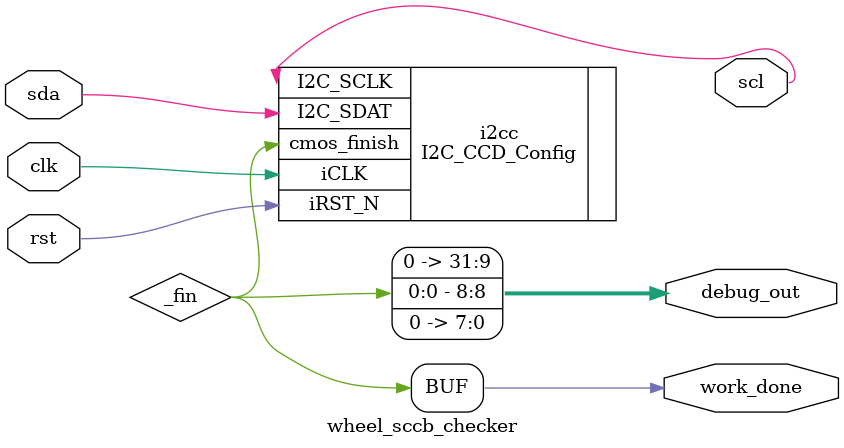
<source format=v>

module wheel_sccb_checker(
	input clk,
	input rst,
	output wire scl,
	inout sda,
	output wire [31:0] debug_out,
	output wire work_done
);
	wire _fin;
	assign debug_out = { 23'b0, _fin, 8'b0};
	assign work_done = _fin;

	I2C_CCD_Config i2cc(
		.iCLK(clk),
		.iRST_N(rst),
		.I2C_SCLK(scl),
		.I2C_SDAT(sda),
		.cmos_finish(_fin)
	);
endmodule


</source>
